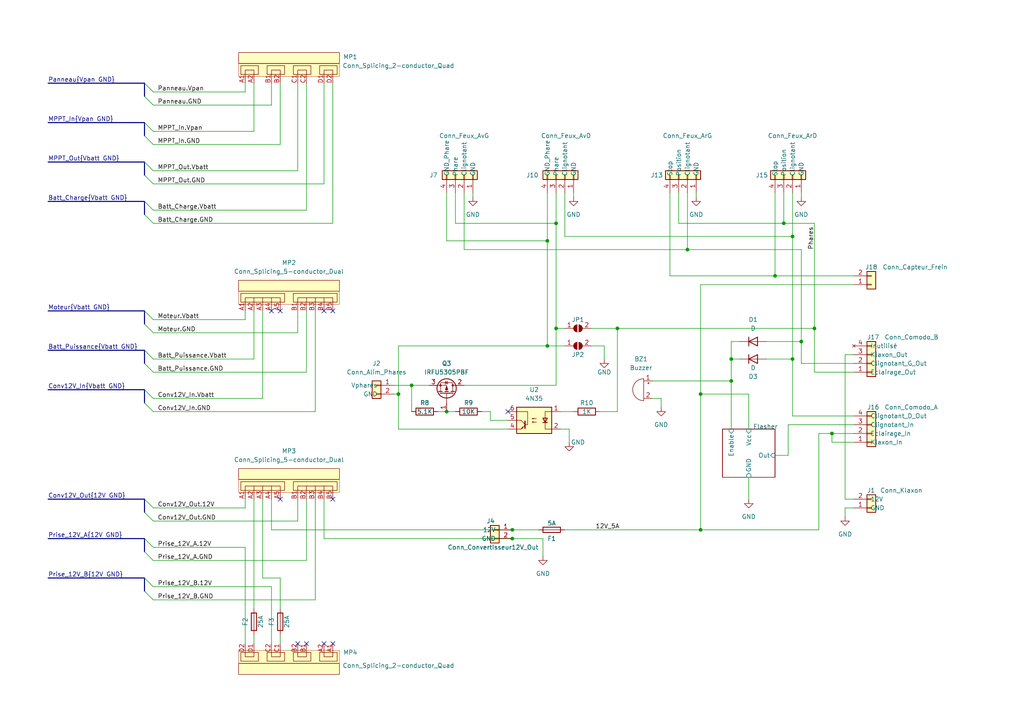
<source format=kicad_sch>
(kicad_sch (version 20211123) (generator eeschema)
  (paper "A4")
  (title_block (title "Boitier électrique vhéliotech") (date "2025-01-08") (company "Vélo solaire pour tous") (comment 1 "Licence CERN-OHL-S version 2"))
  (lib_symbols
    (symbol "Conn_Feux_Arriere_1" (pin_names (offset 1.016))
      (property "Reference" "J" (at 0 5.08 0))
      (property "Value" "Conn_Feux_Arriere_1" (at 0 -7.62 0))
      (symbol "Conn_Feux_Arriere_1_1_1"
        (rectangle (start -1.27 -4.953) (end 0 -5.207) (stroke (width 0.1524)))
        (rectangle (start -1.27 -2.413) (end 0 -2.667) (stroke (width 0.1524)))
        (rectangle (start -1.27 0.127) (end 0 -0.127) (stroke (width 0.1524)))
        (rectangle (start -1.27 2.667) (end 0 2.413) (stroke (width 0.1524)))
        (rectangle (start -1.27 3.81) (end 1.27 -6.35) (stroke (width 0.254)) (fill (type background)))
        (pin power_in line (at -5.08 2.54 0) (length 3.81) (name "GND") (number "1"))
        (pin passive line (at -5.08 0 0) (length 3.81) (name "Clignotant") (number "2"))
        (pin passive line (at -5.08 -2.54 0) (length 3.81) (name "Position") (number "3"))
        (pin passive line (at -5.08 -5.08 0) (length 3.81) (name "Stop") (number "4"))
      )
    )
    (symbol "Connector_Generic:Conn_01x02" (pin_names (offset 1.016) hide)
      (property "Reference" "J" (at 0 2.54 0))
      (property "Value" "Conn_01x02" (at 0 -5.08 0))
      (symbol "Conn_01x02_1_1"
        (rectangle (start -1.27 -2.413) (end 0 -2.667) (stroke (width 0.1524)))
        (rectangle (start -1.27 0.127) (end 0 -0.127) (stroke (width 0.1524)))
        (rectangle (start -1.27 1.27) (end 1.27 -3.81) (stroke (width 0.254)) (fill (type background)))
        (pin passive line (at -5.08 0 0) (length 3.81) (name "Pin_1") (number "1"))
        (pin passive line (at -5.08 -2.54 0) (length 3.81) (name "Pin_2") (number "2"))
      )
    )
    (symbol "Device:Buzzer" (pin_names (offset 0.0254) hide)
      (property "Reference" "BZ" (at 3.81 1.27 0))
      (property "Value" "Buzzer" (at 3.81 -1.27 0))
      (symbol "Buzzer_0_1"
        (arc (start 0 -3.175) (mid 3.175 0) (end 0 3.175))
        (polyline (pts (xy -1.651 1.905) (xy -1.143 1.905)))
        (polyline (pts (xy -1.397 2.159) (xy -1.397 1.651)))
        (polyline (pts (xy 0 3.175) (xy 0 -3.175)))
      )
      (symbol "Buzzer_1_1"
        (pin passive line (at -2.54 2.54 0) (length 2.54) (name "-") (number "1"))
        (pin passive line (at -2.54 -2.54 0) (length 2.54) (name "+") (number "2"))
      )
    )
    (symbol "Device:D" (pin_numbers hide) (pin_names (offset 1.016) hide)
      (property "Reference" "D" (at 0 2.54 0))
      (property "Value" "D" (at 0 -2.54 0))
      (symbol "D_0_1"
        (polyline (pts (xy -1.27 1.27) (xy -1.27 -1.27)) (stroke (width 0.254)))
        (polyline (pts (xy 1.27 0) (xy -1.27 0)))
        (polyline (pts (xy 1.27 1.27) (xy 1.27 -1.27) (xy -1.27 0) (xy 1.27 1.27)) (stroke (width 0.254)))
      )
      (symbol "D_1_1"
        (pin passive line (at -3.81 0 0) (length 2.54) (name "K") (number "1"))
        (pin passive line (at 3.81 0 180) (length 2.54) (name "A") (number "2"))
      )
    )
    (symbol "Device:R" (pin_numbers hide) (pin_names (offset 0))
      (property "Reference" "R" (at 2.032 0 90))
      (property "Value" "R" (at 0 0 90))
      (symbol "R_0_1"
        (rectangle (start -1.016 -2.54) (end 1.016 2.54) (stroke (width 0.254)))
      )
      (symbol "R_1_1"
        (pin passive line (at 0 3.81 270) (length 1.27) (name "~") (number "1"))
        (pin passive line (at 0 -3.81 90) (length 1.27) (name "~") (number "2"))
      )
    )
    (symbol "Isolator:4N35" (pin_names (offset 1.016))
      (property "Reference" "U" (at -5.08 5.08 0))
      (property "Value" "4N35" (at 0 5.08 0))
      (symbol "4N35_0_1"
        (rectangle (start -5.08 3.81) (end 5.08 -3.81) (stroke (width 0.254)) (fill (type background)))
        (polyline (pts (xy -3.81 -0.635) (xy -2.54 -0.635)) (stroke (width 0.254)))
        (polyline (pts (xy 2.667 -1.397) (xy 3.81 -2.54)))
        (polyline (pts (xy 2.667 -1.143) (xy 3.81 0)))
        (polyline (pts (xy 3.81 -2.54) (xy 5.08 -2.54)))
        (polyline (pts (xy 3.81 0) (xy 5.08 0)))
        (polyline (pts (xy 2.667 -0.254) (xy 2.667 -2.286) (xy 2.667 -2.286)) (stroke (width 0.3556)))
        (polyline (pts (xy -5.08 -2.54) (xy -3.175 -2.54) (xy -3.175 2.54) (xy -5.08 2.54)))
        (polyline (pts (xy -3.175 -0.635) (xy -3.81 0.635) (xy -2.54 0.635) (xy -3.175 -0.635)) (stroke (width 0.254)))
        (polyline (pts (xy 3.683 -2.413) (xy 3.429 -1.905) (xy 3.175 -2.159) (xy 3.683 -2.413)))
        (polyline (pts (xy 5.08 2.54) (xy 1.905 2.54) (xy 1.905 -1.27) (xy 2.54 -1.27)))
        (polyline (pts (xy -0.635 -0.508) (xy 0.635 -0.508) (xy 0.254 -0.635) (xy 0.254 -0.381) (xy 0.635 -0.508)))
        (polyline (pts (xy -0.635 0.508) (xy 0.635 0.508) (xy 0.254 0.381) (xy 0.254 0.635) (xy 0.635 0.508)))
      )
      (symbol "4N35_1_1"
        (pin passive line (at -7.62 2.54 0) (length 2.54) (name "~") (number "1"))
        (pin passive line (at -7.62 -2.54 0) (length 2.54) (name "~") (number "2"))
        (pin no_connect line (at -5.08 0 0) (length 2.54) hide (name "NC") (number "3"))
        (pin passive line (at 7.62 -2.54 180) (length 2.54) (name "~") (number "4"))
        (pin passive line (at 7.62 0 180) (length 2.54) (name "~") (number "5"))
        (pin passive line (at 7.62 2.54 180) (length 2.54) (name "~") (number "6"))
      )
    )
    (symbol "Jumper:SolderJumper_2_Open" (pin_names (offset 0) hide)
      (property "Reference" "JP" (at 0 2.032 0))
      (property "Value" "SolderJumper_2_Open" (at 0 -2.54 0))
      (symbol "SolderJumper_2_Open_0_1"
        (arc (start -0.254 1.016) (mid -1.27 0) (end -0.254 -1.016))
        (arc (start -0.254 1.016) (mid -1.27 0) (end -0.254 -1.016) (fill (type outline)))
        (polyline (pts (xy -0.254 1.016) (xy -0.254 -1.016)))
        (polyline (pts (xy 0.254 1.016) (xy 0.254 -1.016)))
        (arc (start 0.254 -1.016) (mid 1.27 0) (end 0.254 1.016))
        (arc (start 0.254 -1.016) (mid 1.27 0) (end 0.254 1.016) (fill (type outline)))
      )
      (symbol "SolderJumper_2_Open_1_1"
        (pin passive line (at -3.81 0 0) (length 2.54) (name "A") (number "1"))
        (pin passive line (at 3.81 0 180) (length 2.54) (name "B") (number "2"))
      )
    )
    (symbol "Transistor_FET:FQP27P06" (pin_names hide)
      (property "Reference" "Q" (at 5.08 1.905 0))
      (property "Value" "FQP27P06" (at 5.08 0 0))
      (symbol "FQP27P06_0_1"
        (polyline (pts (xy 0.254 0) (xy -2.54 0)))
        (polyline (pts (xy 0.254 1.905) (xy 0.254 -1.905)) (stroke (width 0.254)))
        (polyline (pts (xy 0.762 -1.27) (xy 0.762 -2.286)) (stroke (width 0.254)))
        (polyline (pts (xy 0.762 0.508) (xy 0.762 -0.508)) (stroke (width 0.254)))
        (polyline (pts (xy 0.762 2.286) (xy 0.762 1.27)) (stroke (width 0.254)))
        (polyline (pts (xy 2.54 2.54) (xy 2.54 1.778)))
        (polyline (pts (xy 2.54 -2.54) (xy 2.54 0) (xy 0.762 0)))
        (polyline (pts (xy 0.762 1.778) (xy 3.302 1.778) (xy 3.302 -1.778) (xy 0.762 -1.778)))
        (polyline (pts (xy 2.286 0) (xy 1.27 0.381) (xy 1.27 -0.381) (xy 2.286 0)) (fill (type outline)))
        (polyline (pts (xy 2.794 -0.508) (xy 2.921 -0.381) (xy 3.683 -0.381) (xy 3.81 -0.254)))
        (polyline (pts (xy 3.302 -0.381) (xy 2.921 0.254) (xy 3.683 0.254) (xy 3.302 -0.381)))
        (circle (center 1.651 0) (radius 2.794) (stroke (width 0.254)))
        (circle (center 2.54 -1.778) (radius 0.254) (fill (type outline)))
        (circle (center 2.54 1.778) (radius 0.254) (fill (type outline)))
      )
      (symbol "FQP27P06_1_1"
        (pin input line (at -5.08 0 0) (length 2.54) (name "G") (number "1"))
        (pin passive line (at 2.54 5.08 270) (length 2.54) (name "D") (number "2"))
        (pin passive line (at 2.54 -5.08 90) (length 2.54) (name "S") (number "3"))
      )
    )
    (symbol "circuit:Conn_Alim_Phares" (pin_names (offset 1.016))
      (property "Reference" "J" (at 0 2.54 0))
      (property "Value" "Conn_Alim_Phares" (at 0 -5.08 0))
      (symbol "Conn_Alim_Phares_1_1"
        (rectangle (start -1.27 -2.413) (end 0 -2.667) (stroke (width 0.1524)))
        (rectangle (start -1.27 0.127) (end 0 -0.127) (stroke (width 0.1524)))
        (rectangle (start -1.27 1.27) (end 1.27 -3.81) (stroke (width 0.254)) (fill (type background)))
        (pin power_out line (at -5.08 0 0) (length 3.81) (name "Vphares") (number "1"))
        (pin power_out line (at -5.08 -2.54 0) (length 3.81) (name "GND") (number "2"))
      )
    )
    (symbol "circuit:Conn_Comodo_A" (pin_names (offset 1.016))
      (property "Reference" "J" (at 0 5.08 0))
      (property "Value" "Conn_Comodo_A" (at 0 -7.62 0))
      (symbol "Conn_Comodo_A_1_1"
        (rectangle (start -1.27 -4.953) (end 0 -5.207) (stroke (width 0.1524)))
        (rectangle (start -1.27 -2.413) (end 0 -2.667) (stroke (width 0.1524)))
        (rectangle (start -1.27 0.127) (end 0 -0.127) (stroke (width 0.1524)))
        (rectangle (start -1.27 2.667) (end 0 2.413) (stroke (width 0.1524)))
        (rectangle (start -1.27 3.81) (end 1.27 -6.35) (stroke (width 0.254)) (fill (type background)))
        (pin passive line (at -5.08 2.54 0) (length 3.81) (name "Klaxon_In") (number "1"))
        (pin passive line (at -5.08 0 0) (length 3.81) (name "Eclairage_In") (number "2"))
        (pin passive line (at -5.08 -2.54 0) (length 3.81) (name "Clignotant_In") (number "3"))
        (pin passive line (at -5.08 -5.08 0) (length 3.81) (name "Clignotant_D_Out") (number "4"))
      )
    )
    (symbol "circuit:Conn_Comodo_B" (pin_names (offset 1.016))
      (property "Reference" "J" (at 0 5.08 0))
      (property "Value" "Conn_Comodo_B" (at 0 -7.62 0))
      (symbol "Conn_Comodo_B_1_1"
        (rectangle (start -1.27 -4.953) (end 0 -5.207) (stroke (width 0.1524)))
        (rectangle (start -1.27 -2.413) (end 0 -2.667) (stroke (width 0.1524)))
        (rectangle (start -1.27 0.127) (end 0 -0.127) (stroke (width 0.1524)))
        (rectangle (start -1.27 2.667) (end 0 2.413) (stroke (width 0.1524)))
        (rectangle (start -1.27 3.81) (end 1.27 -6.35) (stroke (width 0.254)) (fill (type background)))
        (pin passive line (at -5.08 2.54 0) (length 3.81) (name "Eclairage_Out") (number "1"))
        (pin passive line (at -5.08 0 0) (length 3.81) (name "Clignotant_G_Out") (number "2"))
        (pin passive line (at -5.08 -2.54 0) (length 3.81) (name "Klaxon_Out") (number "3"))
        (pin no_connect line (at -5.08 -5.08 0) (length 3.81) (name "Inutilisé") (number "4"))
      )
    )
    (symbol "circuit:Conn_Convertisseur12V_Out" (pin_names (offset 1.016))
      (property "Reference" "J" (at 0 2.54 0))
      (property "Value" "Conn_Convertisseur12V_Out" (at 0 -5.08 0))
      (symbol "Conn_Convertisseur12V_Out_1_1"
        (rectangle (start -1.27 -2.413) (end 0 -2.667) (stroke (width 0.1524)))
        (rectangle (start -1.27 0.127) (end 0 -0.127) (stroke (width 0.1524)))
        (rectangle (start -1.27 1.27) (end 1.27 -3.81) (stroke (width 0.254)) (fill (type background)))
        (pin power_out line (at -5.08 0 0) (length 3.81) (name "12V") (number "1"))
        (pin power_out line (at -5.08 -2.54 0) (length 3.81) (name "GND") (number "2"))
      )
    )
    (symbol "circuit:Conn_Feux_Arriere" (pin_names (offset 1.016))
      (property "Reference" "J" (at 0 5.08 0))
      (property "Value" "Conn_Feux_Arriere" (at 0 -7.62 0))
      (symbol "Conn_Feux_Arriere_1_1"
        (rectangle (start -1.27 -4.953) (end 0 -5.207) (stroke (width 0.1524)))
        (rectangle (start -1.27 -2.413) (end 0 -2.667) (stroke (width 0.1524)))
        (rectangle (start -1.27 0.127) (end 0 -0.127) (stroke (width 0.1524)))
        (rectangle (start -1.27 2.667) (end 0 2.413) (stroke (width 0.1524)))
        (rectangle (start -1.27 3.81) (end 1.27 -6.35) (stroke (width 0.254)) (fill (type background)))
        (pin power_in line (at -5.08 2.54 0) (length 3.81) (name "GND") (number "1"))
        (pin passive line (at -5.08 0 0) (length 3.81) (name "Clignotant") (number "2"))
        (pin passive line (at -5.08 -2.54 0) (length 3.81) (name "Position") (number "3"))
        (pin passive line (at -5.08 -5.08 0) (length 3.81) (name "Stop") (number "4"))
      )
    )
    (symbol "circuit:Conn_Feux_Avant" (pin_names (offset 1.016))
      (property "Reference" "J" (at 0 5.08 0))
      (property "Value" "Conn_Feux_Avant" (at 0 -7.62 0))
      (symbol "Conn_Feux_Avant_1_1"
        (rectangle (start -1.27 -4.953) (end 0 -5.207) (stroke (width 0.1524)))
        (rectangle (start -1.27 -2.413) (end 0 -2.667) (stroke (width 0.1524)))
        (rectangle (start -1.27 0.127) (end 0 -0.127) (stroke (width 0.1524)))
        (rectangle (start -1.27 2.667) (end 0 2.413) (stroke (width 0.1524)))
        (rectangle (start -1.27 3.81) (end 1.27 -6.35) (stroke (width 0.254)) (fill (type background)))
        (pin power_in line (at -5.08 2.54 0) (length 3.81) (name "GND") (number "1"))
        (pin passive line (at -5.08 0 0) (length 3.81) (name "Clignotant") (number "2"))
        (pin passive line (at -5.08 -2.54 0) (length 3.81) (name "Phare") (number "3"))
        (pin power_in line (at -5.08 -5.08 0) (length 3.81) (name "GND_Phare") (number "4"))
      )
    )
    (symbol "circuit:Conn_Klaxon" (pin_names (offset 1.016))
      (property "Reference" "J" (at 0 2.54 0))
      (property "Value" "Conn_Klaxon" (at 0 -5.08 0))
      (symbol "Conn_Klaxon_1_1"
        (rectangle (start -1.27 -2.413) (end 0 -2.667) (stroke (width 0.1524)))
        (rectangle (start -1.27 0.127) (end 0 -0.127) (stroke (width 0.1524)))
        (rectangle (start -1.27 1.27) (end 1.27 -3.81) (stroke (width 0.254)) (fill (type background)))
        (pin power_in line (at -5.08 0 0) (length 3.81) (name "GND") (number "1"))
        (pin passive line (at -5.08 -2.54 0) (length 3.81) (name "12V") (number "2"))
      )
    )
    (symbol "circuit:Conn_Splicing_2-conductor_Quad"
      (property "Reference" "MP" (at 0.635 11.43 0))
      (property "Value" "Conn_Splicing_2-conductor_Quad" (at 1.27 -21.59 0))
      (symbol "Conn_Splicing_2-conductor_Quad_0_1"
        (rectangle (start -3.175 9.525) (end 0.635 -19.685) (stroke (width 0.01)) (fill (type background)))
        (rectangle (start -2.54 -13.97) (end 0 -19.05))
        (rectangle (start -2.54 -6.35) (end 0 -11.43))
        (rectangle (start -2.54 1.27) (end 0 -3.81))
        (rectangle (start -2.54 8.89) (end 0 3.81))
        (polyline (pts (xy -2.54 -15.24) (xy -1.27 -15.24) (xy -1.27 -17.78) (xy -2.54 -17.78)))
        (polyline (pts (xy -2.54 -7.62) (xy -1.27 -7.62) (xy -1.27 -10.16) (xy -2.54 -10.16)))
        (polyline (pts (xy -2.54 0) (xy -1.27 0) (xy -1.27 -2.54) (xy -2.54 -2.54)))
        (polyline (pts (xy -2.54 7.62) (xy -1.27 7.62) (xy -1.27 5.08) (xy -2.54 5.08)))
        (rectangle (start 0.635 9.525) (end 3.81 -19.685) (fill (type background)))
      )
      (symbol "Conn_Splicing_2-conductor_Quad_1_1"
        (pin passive line (at -5.08 7.62 0) (length 2.54) (name "") (number "A1"))
        (pin passive line (at -5.08 5.08 0) (length 2.54) (name "") (number "A2"))
        (pin passive line (at -5.08 0 0) (length 2.54) (name "") (number "B1"))
        (pin passive line (at -5.08 -2.54 0) (length 2.54) (name "") (number "B2"))
        (pin passive line (at -5.08 -7.62 0) (length 2.54) (name "") (number "C1"))
        (pin passive line (at -5.08 -10.16 0) (length 2.54) (name "") (number "C2"))
        (pin passive line (at -5.08 -15.24 0) (length 2.54) (name "") (number "D1"))
        (pin passive line (at -5.08 -17.78 0) (length 2.54) (name "") (number "D2"))
      )
    )
    (symbol "circuit:Conn_Splicing_5-conductor_Dual"
      (property "Reference" "MP" (at 0.635 11.43 0))
      (property "Value" "Conn_Splicing_5-conductor_Dual" (at 1.27 -21.59 0))
      (symbol "Conn_Splicing_5-conductor_Dual_0_1"
        (rectangle (start -3.175 9.525) (end 0.635 -19.685) (stroke (width 0.01)) (fill (type background)))
        (rectangle (start -2.54 -6.35) (end 0 -19.05))
        (rectangle (start -2.54 8.89) (end 0 -3.81))
        (polyline (pts (xy -1.27 -15.24) (xy -2.54 -15.24)))
        (polyline (pts (xy -1.27 -12.7) (xy -2.54 -12.7)))
        (polyline (pts (xy -1.27 -10.16) (xy -2.54 -10.16)))
        (polyline (pts (xy -1.27 0) (xy -2.54 0)))
        (polyline (pts (xy -1.27 2.54) (xy -2.54 2.54)))
        (polyline (pts (xy -1.27 5.08) (xy -2.54 5.08)))
        (polyline (pts (xy -2.54 -7.62) (xy -1.27 -7.62) (xy -1.27 -17.78) (xy -2.54 -17.78)))
        (polyline (pts (xy -2.54 7.62) (xy -1.27 7.62) (xy -1.27 -2.54) (xy -2.54 -2.54)))
        (rectangle (start 0.635 9.525) (end 3.81 -19.685) (fill (type background)))
      )
      (symbol "Conn_Splicing_5-conductor_Dual_1_1"
        (pin passive line (at -5.08 7.62 0) (length 2.54) (name "") (number "A1"))
        (pin passive line (at -5.08 5.08 0) (length 2.54) (name "") (number "A2"))
        (pin passive line (at -5.08 2.54 0) (length 2.54) (name "") (number "A3"))
        (pin passive line (at -5.08 0 0) (length 2.54) (name "") (number "A4"))
        (pin passive line (at -5.08 -2.54 0) (length 2.54) (name "") (number "A5"))
        (pin passive line (at -5.08 -7.62 0) (length 2.54) (name "") (number "B1"))
        (pin passive line (at -5.08 -10.16 0) (length 2.54) (name "") (number "B2"))
        (pin passive line (at -5.08 -12.7 0) (length 2.54) (name "") (number "B3"))
        (pin passive line (at -5.08 -15.24 0) (length 2.54) (name "") (number "B4"))
        (pin passive line (at -5.08 -17.78 0) (length 2.54) (name "") (number "B5"))
      )
    )
    (symbol "circuit:Fuse" (pin_numbers hide) (pin_names (offset 0))
      (property "Reference" "F" (at 2.032 0 90))
      (property "Value" "Fuse" (at -1.905 0 90))
      (symbol "Fuse_0_1"
        (rectangle (start -0.762 -2.54) (end 0.762 2.54) (stroke (width 0.254)))
        (polyline (pts (xy 0 2.54) (xy 0 -2.54)))
      )
      (symbol "Fuse_1_1"
        (pin passive line (at 0 3.81 270) (length 1.27) (name "~") (number "1"))
        (pin passive line (at 0 -3.81 90) (length 1.27) (name "~") (number "2"))
      )
    )
    (symbol "power:GND" (power) (pin_names (offset 0))
      (property "Value" "GND" (at 0 -3.81 0))
      (symbol "GND_0_1"
        (polyline (pts (xy 0 0) (xy 0 -1.27) (xy 1.27 -1.27) (xy 0 -2.54) (xy -1.27 -1.27) (xy 0 -1.27)))
      )
      (symbol "GND_1_1"
        (pin power_in line (at 0 0 270) (length 0) hide (name "GND") (number "1"))
      )
    )
  )
  (junction (at 148.59 156.21))
  (junction (at 179.07 95.25))
  (junction (at 199.39 72.39))
  (junction (at 161.29 64.77))
  (junction (at 224.79 80.01))
  (junction (at 241.3 125.73))
  (junction (at 229.87 104.14))
  (junction (at 203.2 114.3))
  (junction (at 115.57 114.3))
  (junction (at 227.33 64.77))
  (junction (at 161.29 95.25))
  (junction (at 229.87 68.58))
  (junction (at 212.09 104.14))
  (junction (at 236.22 95.25))
  (junction (at 158.75 69.85))
  (junction (at 212.09 110.49))
  (junction (at 203.2 153.67))
  (junction (at 129.54 119.38))
  (junction (at 148.59 153.67))
  (junction (at 232.41 99.06))
  (junction (at 158.75 100.33))
  (junction (at 119.38 111.76))
  (no_connect (at 96.52 186.69))
  (no_connect (at 93.98 90.17))
  (no_connect (at 96.52 144.78))
  (no_connect (at 96.52 90.17))
  (no_connect (at 147.32 119.38))
  (no_connect (at 78.74 90.17))
  (no_connect (at 88.9 186.69))
  (no_connect (at 93.98 186.69))
  (no_connect (at 86.36 186.69))
  (no_connect (at 81.28 144.78))
  (no_connect (at 81.28 90.17))
  (bus_entry (at 41.91 35.56) (size 2.54 2.54))
  (bus_entry (at 41.91 105.41) (size 2.54 2.54))
  (bus_entry (at 41.91 144.78) (size 2.54 2.54))
  (bus_entry (at 41.91 58.42) (size 2.54 2.54))
  (bus_entry (at 41.91 116.84) (size 2.54 2.54))
  (bus_entry (at 41.91 62.23) (size 2.54 2.54))
  (bus_entry (at 41.91 24.13) (size 2.54 2.54))
  (bus_entry (at 41.91 50.8) (size 2.54 2.54))
  (bus_entry (at 41.91 167.64) (size 2.54 2.54))
  (bus_entry (at 41.91 46.99) (size 2.54 2.54))
  (bus_entry (at 41.91 156.21) (size 2.54 2.54))
  (bus_entry (at 41.91 93.98) (size 2.54 2.54))
  (bus_entry (at 41.91 113.03) (size 2.54 2.54))
  (bus_entry (at 41.91 171.45) (size 2.54 2.54))
  (bus_entry (at 41.91 90.17) (size 2.54 2.54))
  (bus_entry (at 41.91 148.59) (size 2.54 2.54))
  (bus_entry (at 41.91 27.94) (size 2.54 2.54))
  (bus_entry (at 41.91 160.02) (size 2.54 2.54))
  (bus_entry (at 41.91 101.6) (size 2.54 2.54))
  (bus_entry (at 41.91 39.37) (size 2.54 2.54))
  (wire (pts (xy 217.17 138.43) (xy 217.17 144.78)))
  (wire (pts (xy 71.12 147.32) (xy 71.12 144.78)))
  (wire (pts (xy 212.09 110.49) (xy 212.09 124.46)))
  (wire (pts (xy 161.29 95.25) (xy 161.29 111.76)))
  (wire (pts (xy 247.65 147.32) (xy 245.11 147.32)))
  (bus (pts (xy 41.91 35.56) (xy 41.91 39.37)))
  (wire (pts (xy 88.9 162.56) (xy 88.9 144.78)))
  (wire (pts (xy 129.54 55.88) (xy 129.54 69.85)))
  (wire (pts (xy 228.6 123.19) (xy 228.6 132.08)))
  (wire (pts (xy 222.25 99.06) (xy 232.41 99.06)))
  (wire (pts (xy 161.29 64.77) (xy 132.08 64.77)))
  (wire (pts (xy 212.09 104.14) (xy 212.09 110.49)))
  (bus (pts (xy 13.97 24.13) (xy 41.91 24.13)))
  (wire (pts (xy 44.45 162.56) (xy 88.9 162.56)))
  (bus (pts (xy 41.91 144.78) (xy 41.91 148.59)))
  (wire (pts (xy 44.45 158.75) (xy 71.12 158.75)))
  (wire (pts (xy 227.33 55.88) (xy 227.33 64.77)))
  (wire (pts (xy 44.45 170.18) (xy 78.74 170.18)))
  (wire (pts (xy 199.39 55.88) (xy 199.39 72.39)))
  (wire (pts (xy 127 119.38) (xy 129.54 119.38)))
  (wire (pts (xy 88.9 60.96) (xy 88.9 24.13)))
  (wire (pts (xy 158.75 100.33) (xy 115.57 100.33)))
  (wire (pts (xy 229.87 68.58) (xy 163.83 68.58)))
  (wire (pts (xy 161.29 95.25) (xy 163.83 95.25)))
  (wire (pts (xy 44.45 147.32) (xy 71.12 147.32)))
  (wire (pts (xy 73.66 144.78) (xy 73.66 176.53)))
  (wire (pts (xy 147.32 121.92) (xy 142.24 121.92)))
  (wire (pts (xy 237.49 153.67) (xy 237.49 125.73)))
  (wire (pts (xy 162.56 119.38) (xy 166.37 119.38)))
  (wire (pts (xy 81.28 167.64) (xy 81.28 176.53)))
  (wire (pts (xy 44.45 30.48) (xy 78.74 30.48)))
  (wire (pts (xy 137.16 55.88) (xy 137.16 57.15)))
  (wire (pts (xy 161.29 55.88) (xy 161.29 64.77)))
  (wire (pts (xy 241.3 128.27) (xy 241.3 125.73)))
  (wire (pts (xy 114.3 114.3) (xy 115.57 114.3)))
  (wire (pts (xy 44.45 26.67) (xy 71.12 26.67)))
  (wire (pts (xy 179.07 95.25) (xy 236.22 95.25)))
  (wire (pts (xy 158.75 100.33) (xy 163.83 100.33)))
  (wire (pts (xy 71.12 92.71) (xy 71.12 90.17)))
  (wire (pts (xy 161.29 64.77) (xy 161.29 95.25)))
  (wire (pts (xy 245.11 144.78) (xy 247.65 144.78)))
  (wire (pts (xy 86.36 96.52) (xy 86.36 90.17)))
  (wire (pts (xy 247.65 120.65) (xy 229.87 120.65)))
  (wire (pts (xy 91.44 173.99) (xy 91.44 144.78)))
  (bus (pts (xy 13.97 144.78) (xy 41.91 144.78)))
  (wire (pts (xy 78.74 186.69) (xy 78.74 170.18)))
  (bus (pts (xy 13.97 156.21) (xy 41.91 156.21)))
  (wire (pts (xy 203.2 114.3) (xy 217.17 114.3)))
  (bus (pts (xy 13.97 58.42) (xy 41.91 58.42)))
  (bus (pts (xy 13.97 35.56) (xy 41.91 35.56)))
  (wire (pts (xy 245.11 102.87) (xy 245.11 144.78)))
  (wire (pts (xy 129.54 69.85) (xy 158.75 69.85)))
  (wire (pts (xy 73.66 184.15) (xy 73.66 186.69)))
  (wire (pts (xy 203.2 114.3) (xy 203.2 153.67)))
  (wire (pts (xy 224.79 80.01) (xy 224.79 55.88)))
  (wire (pts (xy 148.59 156.21) (xy 157.48 156.21)))
  (wire (pts (xy 162.56 124.46) (xy 165.1 124.46)))
  (wire (pts (xy 163.83 153.67) (xy 203.2 153.67)))
  (wire (pts (xy 191.77 118.11) (xy 191.77 115.57)))
  (wire (pts (xy 179.07 95.25) (xy 179.07 119.38)))
  (wire (pts (xy 201.93 55.88) (xy 201.93 57.15)))
  (wire (pts (xy 236.22 64.77) (xy 236.22 95.25)))
  (wire (pts (xy 81.28 184.15) (xy 81.28 186.69)))
  (wire (pts (xy 158.75 69.85) (xy 158.75 100.33)))
  (wire (pts (xy 78.74 30.48) (xy 78.74 24.13)))
  (wire (pts (xy 212.09 99.06) (xy 212.09 104.14)))
  (wire (pts (xy 78.74 153.67) (xy 78.74 144.78)))
  (wire (pts (xy 44.45 53.34) (xy 93.98 53.34)))
  (wire (pts (xy 194.31 80.01) (xy 194.31 55.88)))
  (wire (pts (xy 229.87 104.14) (xy 229.87 120.65)))
  (wire (pts (xy 114.3 111.76) (xy 119.38 111.76)))
  (wire (pts (xy 228.6 123.19) (xy 247.65 123.19)))
  (wire (pts (xy 134.62 72.39) (xy 134.62 55.88)))
  (wire (pts (xy 245.11 102.87) (xy 247.65 102.87)))
  (wire (pts (xy 115.57 114.3) (xy 115.57 124.46)))
  (wire (pts (xy 222.25 104.14) (xy 229.87 104.14)))
  (bus (pts (xy 13.97 113.03) (xy 41.91 113.03)))
  (bus (pts (xy 41.91 101.6) (xy 41.91 105.41)))
  (wire (pts (xy 179.07 119.38) (xy 173.99 119.38)))
  (wire (pts (xy 115.57 100.33) (xy 115.57 114.3)))
  (bus (pts (xy 41.91 46.99) (xy 41.91 50.8)))
  (wire (pts (xy 88.9 107.95) (xy 88.9 90.17)))
  (wire (pts (xy 212.09 104.14) (xy 214.63 104.14)))
  (bus (pts (xy 41.91 24.13) (xy 41.91 27.94)))
  (wire (pts (xy 86.36 151.13) (xy 86.36 144.78)))
  (wire (pts (xy 44.45 107.95) (xy 88.9 107.95)))
  (wire (pts (xy 76.2 144.78) (xy 76.2 167.64)))
  (wire (pts (xy 232.41 99.06) (xy 232.41 105.41)))
  (wire (pts (xy 203.2 82.55) (xy 247.65 82.55)))
  (wire (pts (xy 189.23 110.49) (xy 212.09 110.49)))
  (wire (pts (xy 86.36 49.53) (xy 86.36 24.13)))
  (wire (pts (xy 148.59 153.67) (xy 78.74 153.67)))
  (wire (pts (xy 44.45 41.91) (xy 81.28 41.91)))
  (wire (pts (xy 237.49 125.73) (xy 241.3 125.73)))
  (wire (pts (xy 76.2 115.57) (xy 76.2 90.17)))
  (wire (pts (xy 196.85 55.88) (xy 196.85 64.77)))
  (wire (pts (xy 93.98 156.21) (xy 93.98 144.78)))
  (wire (pts (xy 81.28 41.91) (xy 81.28 24.13)))
  (wire (pts (xy 147.32 124.46) (xy 115.57 124.46)))
  (wire (pts (xy 203.2 82.55) (xy 203.2 114.3)))
  (wire (pts (xy 214.63 99.06) (xy 212.09 99.06)))
  (bus (pts (xy 41.91 167.64) (xy 41.91 171.45)))
  (wire (pts (xy 44.45 119.38) (xy 91.44 119.38)))
  (wire (pts (xy 73.66 104.14) (xy 73.66 90.17)))
  (wire (pts (xy 119.38 111.76) (xy 119.38 119.38)))
  (wire (pts (xy 44.45 64.77) (xy 96.52 64.77)))
  (wire (pts (xy 241.3 125.73) (xy 247.65 125.73)))
  (wire (pts (xy 171.45 95.25) (xy 179.07 95.25)))
  (wire (pts (xy 44.45 151.13) (xy 86.36 151.13)))
  (wire (pts (xy 199.39 72.39) (xy 134.62 72.39)))
  (wire (pts (xy 247.65 128.27) (xy 241.3 128.27)))
  (wire (pts (xy 44.45 49.53) (xy 86.36 49.53)))
  (wire (pts (xy 91.44 119.38) (xy 91.44 90.17)))
  (wire (pts (xy 44.45 115.57) (xy 76.2 115.57)))
  (wire (pts (xy 157.48 156.21) (xy 157.48 161.29)))
  (wire (pts (xy 232.41 72.39) (xy 232.41 99.06)))
  (wire (pts (xy 245.11 147.32) (xy 245.11 149.86)))
  (wire (pts (xy 73.66 38.1) (xy 73.66 24.13)))
  (wire (pts (xy 203.2 153.67) (xy 237.49 153.67)))
  (wire (pts (xy 224.79 80.01) (xy 194.31 80.01)))
  (wire (pts (xy 142.24 121.92) (xy 142.24 119.38)))
  (wire (pts (xy 163.83 68.58) (xy 163.83 55.88)))
  (wire (pts (xy 44.45 92.71) (xy 71.12 92.71)))
  (wire (pts (xy 71.12 26.67) (xy 71.12 24.13)))
  (wire (pts (xy 224.79 80.01) (xy 247.65 80.01)))
  (bus (pts (xy 13.97 167.64) (xy 41.91 167.64)))
  (wire (pts (xy 175.26 104.14) (xy 175.26 100.33)))
  (wire (pts (xy 236.22 107.95) (xy 247.65 107.95)))
  (wire (pts (xy 171.45 100.33) (xy 175.26 100.33)))
  (wire (pts (xy 44.45 60.96) (xy 88.9 60.96)))
  (wire (pts (xy 44.45 96.52) (xy 86.36 96.52)))
  (bus (pts (xy 41.91 90.17) (xy 41.91 93.98)))
  (wire (pts (xy 236.22 95.25) (xy 236.22 107.95)))
  (wire (pts (xy 158.75 69.85) (xy 158.75 55.88)))
  (wire (pts (xy 229.87 68.58) (xy 229.87 104.14)))
  (wire (pts (xy 44.45 173.99) (xy 91.44 173.99)))
  (wire (pts (xy 119.38 111.76) (xy 124.46 111.76)))
  (wire (pts (xy 96.52 64.77) (xy 96.52 24.13)))
  (bus (pts (xy 13.97 46.99) (xy 41.91 46.99)))
  (bus (pts (xy 13.97 101.6) (xy 41.91 101.6)))
  (wire (pts (xy 199.39 72.39) (xy 232.41 72.39)))
  (bus (pts (xy 41.91 58.42) (xy 41.91 62.23)))
  (wire (pts (xy 229.87 55.88) (xy 229.87 68.58)))
  (wire (pts (xy 166.37 55.88) (xy 166.37 57.15)))
  (wire (pts (xy 44.45 104.14) (xy 73.66 104.14)))
  (bus (pts (xy 41.91 156.21) (xy 41.91 160.02)))
  (wire (pts (xy 224.79 132.08) (xy 228.6 132.08)))
  (bus (pts (xy 13.97 90.17) (xy 41.91 90.17)))
  (wire (pts (xy 191.77 115.57) (xy 189.23 115.57)))
  (wire (pts (xy 232.41 105.41) (xy 247.65 105.41)))
  (wire (pts (xy 232.41 55.88) (xy 232.41 57.15)))
  (wire (pts (xy 44.45 38.1) (xy 73.66 38.1)))
  (wire (pts (xy 217.17 114.3) (xy 217.17 124.46)))
  (wire (pts (xy 196.85 64.77) (xy 227.33 64.77)))
  (wire (pts (xy 76.2 167.64) (xy 81.28 167.64)))
  (wire (pts (xy 134.62 111.76) (xy 161.29 111.76)))
  (wire (pts (xy 129.54 119.38) (xy 132.08 119.38)))
  (wire (pts (xy 148.59 156.21) (xy 93.98 156.21)))
  (wire (pts (xy 227.33 64.77) (xy 236.22 64.77)))
  (bus (pts (xy 41.91 113.03) (xy 41.91 116.84)))
  (wire (pts (xy 71.12 186.69) (xy 71.12 158.75)))
  (wire (pts (xy 148.59 153.67) (xy 156.21 153.67)))
  (wire (pts (xy 132.08 64.77) (xy 132.08 55.88)))
  (wire (pts (xy 93.98 53.34) (xy 93.98 24.13)))
  (wire (pts (xy 142.24 119.38) (xy 139.7 119.38)))
  (wire (pts (xy 165.1 124.46) (xy 165.1 128.27)))
  (label "Panneau.Vpan" (at 45.72 26.67 0))
  (label "Panneau.GND" (at 45.72 30.48 0))
  (label "Conv12V_In.Vbatt" (at 45.72 115.57 0))
  (label "Batt_Charge{Vbatt GND}" (at 13.97 58.42 0))
  (label "MPPT_Out{Vbatt GND}" (at 13.97 46.99 0))
  (label "Moteur.GND" (at 45.72 96.52 0))
  (label "Batt_Puissance.Vbatt" (at 45.72 104.14 0))
  (label "Panneau{Vpan GND}" (at 13.97 24.13 0))
  (label "Moteur.Vbatt" (at 45.72 92.71 0))
  (label "Phares" (at 236.22 72.39 90))
  (label "Conv12V_Out.GND" (at 45.72 151.13 0))
  (label "Batt_Charge.GND" (at 45.72 64.77 0))
  (label "Conv12V_Out{12V GND}" (at 13.97 144.78 0))
  (label "MPPT_In{Vpan GND}" (at 13.97 35.56 0))
  (label "Batt_Charge.Vbatt" (at 45.72 60.96 0))
  (label "Prise_12V_B{12V GND}" (at 13.97 167.64 0))
  (label "Conv12V_In{Vbatt GND}" (at 13.97 113.03 0))
  (label "Prise_12V_A.GND" (at 45.72 162.56 0))
  (label "MPPT_In.GND" (at 45.72 41.91 0))
  (label "12V_5A" (at 172.72 153.67 0))
  (label "Batt_Puissance.GND" (at 45.72 107.95 0))
  (label "Conv12V_In.GND" (at 45.72 119.38 0))
  (label "Batt_Puissance{Vbatt GND}" (at 13.97 101.6 0))
  (label "Prise_12V_A.12V" (at 45.72 158.75 0))
  (label "Moteur{Vbatt GND}" (at 13.97 90.17 0))
  (label "Prise_12V_A{12V GND}" (at 13.97 156.21 0))
  (label "Prise_12V_B.12V" (at 45.72 170.18 0))
  (label "MPPT_Out.GND" (at 45.72 53.34 0))
  (label "MPPT_Out.Vbatt" (at 45.72 49.53 0))
  (label "MPPT_In.Vpan" (at 45.72 38.1 0))
  (label "Conv12V_Out.12V" (at 45.72 147.32 0))
  (label "Prise_12V_B.GND" (at 45.72 173.99 0))
  (symbol (lib_id "Isolator:4N35") (at 154.94 121.92 0) (mirror y) (unit 1)
    (property "Reference" "U2" (at 154.94 113.03 0))
    (property "Value" "4N35" (at 154.94 115.57 0))
    (property "Footprint" "Package_DIP:DIP-6_W7.62mm" (effects hide))
    (property "Datasheet" "https://www.vishay.com/docs/81181/4n35.pdf" (effects hide))
  )
  (symbol (lib_id "power:GND") (at 245.11 149.86 0) (unit 1)
    (property "Reference" "#PWR0102" (effects hide))
    (property "Value" "GND" (at 245.11 154.94 0))
  )
  (symbol (lib_id "power:GND") (at 157.48 161.29 0) (unit 1)
    (property "Reference" "#PWR0107" (effects hide))
    (property "Value" "GND" (at 157.48 166.37 0))
  )
  (symbol (lib_id "circuit:Conn_Feux_Avant") (at 163.83 50.8 270) (mirror x) (unit 1)
    (property "Reference" "J10" (at 156.21 50.8 90) (effects (justify right)))
    (property "Value" "Conn_Feux_AvD" (at 171.45 39.37 90) (effects (justify right)))
    (property "Footprint" "circuit:TerminalBlock_Wago_2601-3104_1x04_P3.50mm_Vertical" (effects hide))
  )
  (symbol (lib_id "circuit:Fuse") (at 73.66 180.34 180) (unit 1) (on_board no)
    (property "Reference" "F2" (at 71.12 180.34 90))
    (property "Value" "25A" (at 75.565 180.34 90))
    (property "Footprint" "circuit:Littelfuse_FuseHolder_FL1_178.6764.0001" (effects hide))
  )
  (symbol (lib_id "Transistor_FET:FQP27P06") (at 129.54 114.3 270) (mirror x) (unit 1)
    (property "Reference" "Q3" (at 129.54 105.41 90))
    (property "Value" "IRFU5305PBF" (at 129.54 107.95 90))
    (property "Footprint" "circuit:TO-251-3_Vertical" (effects hide))
    (property "Datasheet" "https://www.onsemi.com/pub/Collateral/FQP27P06-D.PDF" (effects hide))
  )
  (symbol (lib_id "circuit:Conn_Klaxon") (at 252.73 147.32 0) (mirror x) (unit 1)
    (property "Reference" "J1" (at 251.46 142.24 0) (effects (justify left)))
    (property "Value" "Conn_Klaxon" (at 255.27 142.24 0) (effects (justify left)))
    (property "Footprint" "circuit:TerminalBlock_Wago_2601-3102_1x02_P3.50mm_Vertical" (effects hide))
  )
  (symbol (lib_id "Device:D") (at 218.44 99.06 0) (unit 1)
    (property "Reference" "D1" (at 218.44 92.71 0))
    (property "Value" "D" (at 218.44 95.25 0))
    (property "Footprint" "Diode_THT:D_DO-35_SOD27_P7.62mm_Horizontal" (effects hide))
  )
  (symbol (lib_id "power:GND") (at 232.41 57.15 0) (unit 1)
    (property "Reference" "#PWR0103" (effects hide))
    (property "Value" "GND" (at 232.41 62.23 0))
  )
  (symbol (lib_id "circuit:Conn_Splicing_5-conductor_Dual") (at 78.74 85.09 90) (unit 1)
    (property "Reference" "MP2" (at 83.82 76.2 90))
    (property "Value" "Conn_Splicing_5-conductor_Dual" (at 83.82 78.74 90))
    (property "Footprint" "circuit:Wago_221-500_SplicingConnectorHolder" (effects hide))
  )
  (symbol (lib_name "Conn_Feux_Arriere_1") (lib_id "circuit:Conn_Feux_Arriere") (at 199.39 50.8 270) (mirror x) (unit 1)
    (property "Reference" "J13" (at 190.5 50.8 90))
    (property "Value" "Conn_Feux_ArG" (at 199.39 39.37 90))
    (property "Footprint" "circuit:TerminalBlock_Wago_2601-3104_1x04_P3.50mm_Vertical" (effects hide))
  )
  (symbol (lib_id "Device:Buzzer") (at 186.69 113.03 0) (mirror y) (unit 1)
    (property "Reference" "BZ1" (at 185.928 104.14 0))
    (property "Value" "Buzzer" (at 185.928 106.68 0))
    (property "Footprint" "circuit:Buzzer_25x16_12.5" (effects hide))
  )
  (symbol (lib_id "circuit:Conn_Convertisseur12V_Out") (at 143.51 153.67 0) (mirror y) (unit 1)
    (property "Reference" "J4" (at 143.51 151.13 0) (effects (justify left)))
    (property "Value" "Conn_Convertisseur12V_Out" (at 156.21 158.75 0) (effects (justify left)))
    (property "Footprint" "circuit:TerminalBlock_Wago_2601-3102_1x02_P3.50mm_Vertical" (effects hide))
  )
  (symbol (lib_id "circuit:Conn_Splicing_2-conductor_Quad") (at 78.74 19.05 90) (unit 1)
    (property "Reference" "MP1" (at 101.6 16.51 90))
    (property "Value" "Conn_Splicing_2-conductor_Quad" (at 115.57 19.05 90))
    (property "Footprint" "circuit:Wago_221-500_SplicingConnectorHolder" (effects hide))
  )
  (symbol (lib_id "circuit:Conn_Comodo_A") (at 252.73 125.73 0) (mirror x) (unit 1)
    (property "Reference" "J16" (at 251.46 118.11 0) (effects (justify left)))
    (property "Value" "Conn_Comodo_A" (at 256.54 118.11 0) (effects (justify left)))
    (property "Footprint" "circuit:TerminalBlock_Wago_2601-3104_1x04_P3.50mm_Vertical" (effects hide))
  )
  (symbol (lib_id "circuit:Conn_Splicing_5-conductor_Dual") (at 78.74 139.7 90) (unit 1)
    (property "Reference" "MP3" (at 83.82 130.81 90))
    (property "Value" "Conn_Splicing_5-conductor_Dual" (at 83.82 133.35 90))
    (property "Footprint" "circuit:Wago_221-500_SplicingConnectorHolder" (effects hide))
  )
  (symbol (lib_id "Device:R") (at 135.89 119.38 90) (unit 1)
    (property "Reference" "R9" (at 135.89 116.84 90))
    (property "Value" "10K" (at 135.89 119.38 90))
  )
  (symbol (lib_id "power:GND") (at 191.77 118.11 0) (unit 1)
    (property "Reference" "#PWR01" (effects hide))
    (property "Value" "GND" (at 191.77 123.19 0))
  )
  (symbol (lib_id "Jumper:SolderJumper_2_Open") (at 167.64 100.33 0) (unit 1)
    (property "Reference" "JP2" (at 167.64 102.87 0))
    (property "Value" "SolderJumper_2_Open" (effects hide))
  )
  (symbol (lib_id "Device:R") (at 123.19 119.38 90) (unit 1)
    (property "Reference" "R8" (at 123.19 116.84 90))
    (property "Value" "5.1K" (at 123.19 119.38 90))
  )
  (symbol (lib_id "circuit:Conn_Comodo_B") (at 252.73 105.41 0) (mirror x) (unit 1)
    (property "Reference" "J17" (at 251.46 97.79 0) (effects (justify left)))
    (property "Value" "Conn_Comodo_B" (at 256.54 97.79 0) (effects (justify left)))
    (property "Footprint" "circuit:TerminalBlock_Wago_2601-3104_1x04_P3.50mm_Vertical" (effects hide))
  )
  (symbol (lib_id "circuit:Fuse") (at 160.02 153.67 270) (unit 1)
    (property "Reference" "F1" (at 160.02 156.21 90))
    (property "Value" "5A" (at 160.02 151.765 90))
    (property "Footprint" "circuit:Generic_FuseHolder_MINI" (effects hide))
  )
  (symbol (lib_id "circuit:Fuse") (at 81.28 180.34 180) (unit 1) (on_board no)
    (property "Reference" "F3" (at 78.74 180.34 90))
    (property "Value" "25A" (at 83.185 180.34 90))
    (property "Footprint" "circuit:Littelfuse_FuseHolder_FL1_178.6764.0001" (effects hide))
  )
  (symbol (lib_id "power:GND") (at 201.93 57.15 0) (unit 1)
    (property "Reference" "#PWR0104" (effects hide))
    (property "Value" "GND" (at 201.93 62.23 0))
  )
  (symbol (lib_id "power:GND") (at 165.1 128.27 0) (unit 1)
    (property "Reference" "#PWR02" (effects hide))
    (property "Value" "GND" (at 167.64 128.27 0))
  )
  (symbol (lib_id "Device:D") (at 218.44 104.14 0) (unit 1)
    (property "Reference" "D3" (at 218.44 109.22 0))
    (property "Value" "D" (at 218.44 106.68 0))
    (property "Footprint" "Diode_THT:D_DO-35_SOD27_P7.62mm_Horizontal" (effects hide))
  )
  (symbol (lib_id "circuit:Conn_Alim_Phares") (at 109.22 111.76 0) (mirror y) (unit 1)
    (property "Reference" "J2" (at 109.22 105.41 0))
    (property "Value" "Conn_Alim_Phares" (at 109.22 107.95 0))
    (property "Footprint" "circuit:TerminalBlock_Amphenol_HG0200X0000G_1x02_P5.00mm_45Degree" (effects hide))
  )
  (symbol (lib_id "power:GND") (at 175.26 104.14 0) (unit 1)
    (property "Reference" "#PWR03" (effects hide))
    (property "Value" "GND" (at 175.26 107.95 0))
  )
  (symbol (lib_id "Device:R") (at 170.18 119.38 90) (unit 1)
    (property "Reference" "R10" (at 170.18 116.84 90))
    (property "Value" "1K" (at 170.18 119.38 90))
  )
  (symbol (lib_id "circuit:Conn_Feux_Arriere") (at 229.87 50.8 270) (mirror x) (unit 1)
    (property "Reference" "J15" (at 220.98 50.8 90))
    (property "Value" "Conn_Feux_ArD" (at 229.87 39.37 90))
    (property "Footprint" "circuit:TerminalBlock_Wago_2601-3104_1x04_P3.50mm_Vertical" (effects hide))
  )
  (symbol (lib_id "circuit:Conn_Feux_Avant") (at 134.62 50.8 270) (mirror x) (unit 1)
    (property "Reference" "J7" (at 125.73 50.8 90))
    (property "Value" "Conn_Feux_AvG" (at 134.62 39.37 90))
    (property "Footprint" "circuit:TerminalBlock_Wago_2601-3104_1x04_P3.50mm_Vertical" (effects hide))
  )
  (symbol (lib_id "power:GND") (at 166.37 57.15 0) (unit 1)
    (property "Reference" "#PWR0105" (effects hide))
    (property "Value" "GND" (at 166.37 62.23 0))
  )
  (symbol (lib_id "Connector_Generic:Conn_01x02") (at 252.73 82.55 0) (mirror x) (unit 1)
    (property "Reference" "J18" (at 252.73 77.47 0))
    (property "Value" "Conn_Capteur_Frein" (at 265.43 77.47 0))
    (property "Footprint" "circuit:TerminalBlock_Wago_2601-3102_1x02_P3.50mm_Vertical" (effects hide))
  )
  (symbol (lib_id "power:GND") (at 137.16 57.15 0) (unit 1)
    (property "Reference" "#PWR0106" (effects hide))
    (property "Value" "GND" (at 137.16 62.23 0))
  )
  (symbol (lib_id "Jumper:SolderJumper_2_Open") (at 167.64 95.25 0) (unit 1)
    (property "Reference" "JP1" (at 167.64 92.71 0))
    (property "Value" "SolderJumper_2_Open" (effects hide))
  )
  (symbol (lib_id "circuit:Conn_Splicing_2-conductor_Quad") (at 88.9 191.77 270) (unit 1)
    (property "Reference" "MP4" (at 101.6 189.23 90))
    (property "Value" "Conn_Splicing_2-conductor_Quad" (at 115.57 193.04 90))
    (property "Footprint" "circuit:Wago_221-500_SplicingConnectorHolder" (effects hide))
  )
  (symbol (lib_id "power:GND") (at 217.17 144.78 0) (unit 1)
    (property "Reference" "#PWR0101" (effects hide))
    (property "Value" "GND" (at 217.17 149.86 0))
  )
  (sheet (at 209.55 124.46) (size 15.24 13.97) (stroke (width 0.1524))
    (property "Sheet name" "Flasher" (at 218.44 124.46 0) (effects (justify left bottom)))
    (property "Sheet file" "flasher.kicad_sch" (effects hide))
    (pin "Vcc" input (at 217.17 124.46 90))
    (pin "GND" input (at 217.17 138.43 270))
    (pin "Out" input (at 224.79 132.08 0))
    (pin "Enable" input (at 212.09 124.46 90))
  )
)
</source>
